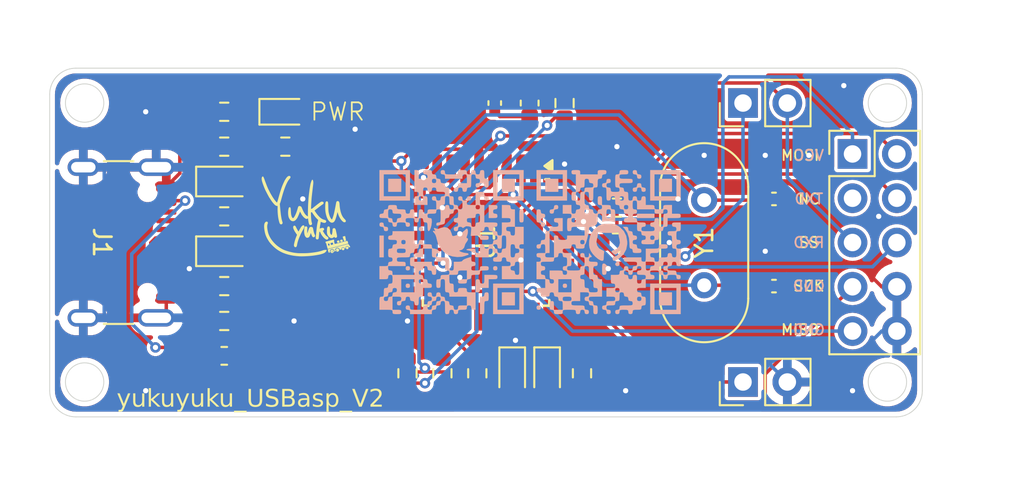
<source format=kicad_pcb>
(kicad_pcb (version 20240108) (generator "pcbnew") (generator_version "8.0")
  (title_block (title "USBasp") (date "2024-08-13") (rev "2.0") (company "yukuyuku4123"))
  (layers (0 "F.Cu" signal) (31 "B.Cu" signal) (34 "B.Paste" user) (35 "F.Paste" user) (36 "B.SilkS" user "B.Silkscreen") (37 "F.SilkS" user "F.Silkscreen") (38 "B.Mask" user) (39 "F.Mask" user) (44 "Edge.Cuts" user))
  (net 0 "")
  (net 1 "GND")
  (net 2 "Net-(J1-CC1)")
  (net 3 "Net-(J1-CC2)")
  (net 4 "/U_D-")
  (net 5 "VCC")
  (net 6 "Net-(U1-PB2)")
  (net 7 "/~{SS}")
  (net 8 "Net-(U1-PD1)")
  (net 9 "/TXD")
  (net 10 "/RST")
  (net 11 "/MOSI")
  (net 12 "Net-(U1-PB3)")
  (net 13 "/D-")
  (net 14 "/U_D+")
  (net 15 "/D+")
  (net 16 "/SCK")
  (net 17 "Net-(U1-PB5)")
  (net 18 "Net-(D3-A)")
  (net 19 "Net-(D4-A)")
  (net 20 "Net-(D5-A)")
  (net 24 "/XTAL2")
  (net 26 "/Slow_CLK")
  (net 27 "/RXD")
  (net 30 "/XTAL1")
  (net 31 "/L1")
  (net 32 "/L2")
  (net 36 "/MISO")
  (net 39 "Net-(F1-Pad1)")
  (footprint "Capacitor_SMD:C_0402_1005Metric" (layer "F.Cu") (at 100.5 62 90)
    (property "Reference" "C4" (hide yes))
    (property "Value" "0.1uF")
    (pad "1" smd roundrect (at -0.48 0 90) (size 0.56 0.62) (layers "F.Cu" "F.Paste" "F.Mask") (net 5 "VCC"))
    (pad "2" smd roundrect (at 0.48 0 90) (size 0.56 0.62) (layers "F.Cu" "F.Paste" "F.Mask") (net 1 "GND"))
  )
  (footprint "Logo:Yukuyuku" (layer "F.Cu") (at 89.5 68)
    (property "Reference" "G***" (hide yes))
    (property "Value" "LOGO" (hide yes))
  )
  (footprint "Resistor_SMD:R_0603_1608Metric" (layer "F.Cu") (at 88.5 64.5)
    (property "Reference" "R11" (hide yes))
    (property "Value" "1k")
    (pad "1" smd roundrect (at -0.825 0) (size 0.8 0.95) (layers "F.Cu" "F.Paste" "F.Mask") (net 5 "VCC"))
    (pad "2" smd roundrect (at 0.825 0) (size 0.8 0.95) (layers "F.Cu" "F.Paste" "F.Mask") (net 18 "Net-(D3-A)"))
  )
  (footprint "Resistor_SMD:R_0603_1608Metric" (layer "F.Cu") (at 85 62.5)
    (property "Reference" "R1" (hide yes))
    (property "Value" "5.1k")
    (pad "1" smd roundrect (at -0.825 0) (size 0.8 0.95) (layers "F.Cu" "F.Paste" "F.Mask") (net 2 "Net-(J1-CC1)"))
    (pad "2" smd roundrect (at 0.825 0) (size 0.8 0.95) (layers "F.Cu" "F.Paste" "F.Mask") (net 1 "GND"))
  )
  (footprint "Resistor_SMD:R_0603_1608Metric" (layer "F.Cu") (at 85 68.5)
    (property "Reference" "R8" (hide yes))
    (property "Value" "100R")
    (pad "1" smd roundrect (at -0.825 0) (size 0.8 0.95) (layers "F.Cu" "F.Paste" "F.Mask") (net 4 "/U_D-"))
    (pad "2" smd roundrect (at 0.825 0) (size 0.8 0.95) (layers "F.Cu" "F.Paste" "F.Mask") (net 13 "/D-"))
  )
  (footprint "Resistor_SMD:R_0603_1608Metric" (layer "F.Cu") (at 95.5 77.5 -90)
    (property "Reference" "R7" (hide yes))
    (property "Value" "220R")
    (pad "1" smd roundrect (at -0.825 0 270) (size 0.8 0.95) (layers "F.Cu" "F.Paste" "F.Mask") (net 12 "Net-(U1-PB3)"))
    (pad "2" smd roundrect (at 0.825 0 270) (size 0.8 0.95) (layers "F.Cu" "F.Paste" "F.Mask") (net 11 "/MOSI"))
  )
  (footprint "Resistor_SMD:R_0603_1608Metric" (layer "F.Cu") (at 85 74.5 180)
    (property "Reference" "R2" (hide yes))
    (property "Value" "5.1k")
    (pad "1" smd roundrect (at -0.825 0 180) (size 0.8 0.95) (layers "F.Cu" "F.Paste" "F.Mask") (net 1 "GND"))
    (pad "2" smd roundrect (at 0.825 0 180) (size 0.8 0.95) (layers "F.Cu" "F.Paste" "F.Mask") (net 3 "Net-(J1-CC2)"))
  )
  (footprint "Connector_PinHeader_2.54mm:PinHeader_1x02_P2.54mm_Vertical" (layer "F.Cu") (at 114.725 62 90)
    (property "Reference" "JP1" (hide yes))
    (property "Value" "Jumper_2_Open")
    (pad "1" thru_hole rect (at 0 0 90) (size 1.7 1.7) (drill 1) (layers "*.Cu" "*.Mask") (net 10 "/RST"))
    (pad "2" thru_hole oval (at 0 2.54 90) (size 1.7 1.7) (drill 1) (layers "*.Cu" "*.Mask") (net 7 "/~{SS}"))
  )
  (footprint "Resistor_SMD:R_0603_1608Metric" (layer "F.Cu") (at 104.5 62 90)
    (property "Reference" "R4" (hide yes))
    (property "Value" "220R")
    (pad "1" smd roundrect (at -0.825 0 90) (size 0.8 0.95) (layers "F.Cu" "F.Paste" "F.Mask") (net 6 "Net-(U1-PB2)"))
    (pad "2" smd roundrect (at 0.825 0 90) (size 0.8 0.95) (layers "F.Cu" "F.Paste" "F.Mask") (net 7 "/~{SS}"))
  )
  (footprint "Resistor_SMD:R_0603_1608Metric" (layer "F.Cu") (at 107.5 68)
    (property "Reference" "R5" (hide yes))
    (property "Value" "1k")
    (pad "1" smd roundrect (at -0.825 0) (size 0.8 0.95) (layers "F.Cu" "F.Paste" "F.Mask") (net 8 "Net-(U1-PD1)"))
    (pad "2" smd roundrect (at 0.825 0) (size 0.8 0.95) (layers "F.Cu" "F.Paste" "F.Mask") (net 9 "/TXD"))
  )
  (footprint "Diode_SMD:D_SOD-323F" (layer "F.Cu") (at 85 70.5)
    (property "Reference" "D1" (hide yes))
    (property "Value" "3.6V")
    (pad "1" smd roundrect (at -1.1 0) (size 0.5 0.5) (layers "F.Cu" "F.Paste" "F.Mask") (net 14 "/U_D+"))
    (pad "2" smd roundrect (at 1.1 0) (size 0.5 0.5) (layers "F.Cu" "F.Paste" "F.Mask") (net 1 "GND"))
  )
  (footprint "Capacitor_SMD:C_0402_1005Metric" (layer "F.Cu") (at 116.5 72.5)
    (property "Reference" "C1" (hide yes))
    (property "Value" "22pF")
    (pad "1" smd roundrect (at -0.48 0) (size 0.56 0.62) (layers "F.Cu" "F.Paste" "F.Mask") (net 30 "/XTAL1"))
    (pad "2" smd roundrect (at 0.48 0) (size 0.56 0.62) (layers "F.Cu" "F.Paste" "F.Mask") (net 1 "GND"))
  )
  (footprint "Capacitor_SMD:C_0603_1608Metric" (layer "F.Cu") (at 102.5 62 90)
    (property "Reference" "C3" (hide yes))
    (property "Value" "4.7uF")
    (pad "1" smd roundrect (at -0.775 0 90) (size 0.9 0.95) (layers "F.Cu" "F.Paste" "F.Mask") (net 5 "VCC"))
    (pad "2" smd roundrect (at 0.775 0 90) (size 0.9 0.95) (layers "F.Cu" "F.Paste" "F.Mask") (net 1 "GND"))
  )
  (footprint "Capacitor_SMD:C_0402_1005Metric" (layer "F.Cu") (at 116.5 67.5)
    (property "Reference" "C2" (hide yes))
    (property "Value" "22pF")
    (pad "1" smd roundrect (at -0.48 0) (size 0.56 0.62) (layers "F.Cu" "F.Paste" "F.Mask") (net 24 "/XTAL2"))
    (pad "2" smd roundrect (at 0.48 0) (size 0.56 0.62) (layers "F.Cu" "F.Paste" "F.Mask") (net 1 "GND"))
  )
  (footprint "Resistor_SMD:R_0603_1608Metric" (layer "F.Cu") (at 97.5 77.5 -90)
    (property "Reference" "R10" (hide yes))
    (property "Value" "220R")
    (pad "1" smd roundrect (at -0.825 0 270) (size 0.8 0.95) (layers "F.Cu" "F.Paste" "F.Mask") (net 17 "Net-(U1-PB5)"))
    (pad "2" smd roundrect (at 0.825 0 270) (size 0.8 0.95) (layers "F.Cu" "F.Paste" "F.Mask") (net 16 "/SCK"))
  )
  (footprint "LED_SMD:LED_0603_1608Metric" (layer "F.Cu") (at 103.5 77.5 -90)
    (property "Reference" "D5" (hide yes))
    (property "Value" "LED")
    (pad "1" smd roundrect (at -0.7875 0 270) (size 0.875 0.95) (layers "F.Cu" "F.Paste" "F.Mask") (net 32 "/L2"))
    (pad "2" smd roundrect (at 0.7875 0 270) (size 0.875 0.95) (layers "F.Cu" "F.Paste" "F.Mask") (net 20 "Net-(D5-A)"))
  )
  (footprint "LED_SMD:LED_0603_1608Metric" (layer "F.Cu") (at 101.5 77.5 -90)
    (property "Reference" "D4" (hide yes))
    (property "Value" "LED")
    (pad "1" smd roundrect (at -0.7875 0 270) (size 0.875 0.95) (layers "F.Cu" "F.Paste" "F.Mask") (net 31 "/L1"))
    (pad "2" smd roundrect (at 0.7875 0 270) (size 0.875 0.95) (layers "F.Cu" "F.Paste" "F.Mask") (net 19 "Net-(D4-A)"))
  )
  (footprint "Package_QFP:TQFP-32_7x7mm_P0.8mm" (layer "F.Cu") (at 100 70 -90)
    (property "Reference" "U1" (at 0 0 90) (layer "F.SilkS"))
    (property "Value" "ATmega88PA-A")
    (pad "1" smd rect (at -4.25 -2.8 270) (size 1.6 0.55) (layers "F.Cu" "F.Paste" "F.Mask"))
    (pad "2" smd rect (at -4.25 -2 270) (size 1.6 0.55) (layers "F.Cu" "F.Paste" "F.Mask"))
    (pad "3" smd rect (at -4.25 -1.2 270) (size 1.6 0.55) (layers "F.Cu" "F.Paste" "F.Mask") (net 1 "GND"))
    (pad "4" smd rect (at -4.25 -0.4 270) (size 1.6 0.55) (layers "F.Cu" "F.Paste" "F.Mask") (net 5 "VCC"))
    (pad "5" smd rect (at -4.25 0.4 270) (size 1.6 0.55) (layers "F.Cu" "F.Paste" "F.Mask") (net 1 "GND"))
    (pad "6" smd rect (at -4.25 1.2 270) (size 1.6 0.55) (layers "F.Cu" "F.Paste" "F.Mask") (net 5 "VCC"))
    (pad "7" smd rect (at -4.25 2 270) (size 1.6 0.55) (layers "F.Cu" "F.Paste" "F.Mask") (net 30 "/XTAL1"))
    (pad "8" smd rect (at -4.25 2.8 270) (size 1.6 0.55) (layers "F.Cu" "F.Paste" "F.Mask") (net 24 "/XTAL2"))
    (pad "9" smd rect (at -2.8 4.25) (size 1.6 0.55) (layers "F.Cu" "F.Paste" "F.Mask"))
    (pad "10" smd rect (at -2 4.25) (size 1.6 0.55) (layers "F.Cu" "F.Paste" "F.Mask"))
    (pad "11" smd rect (at -1.2 4.25) (size 1.6 0.55) (layers "F.Cu" "F.Paste" "F.Mask"))
    (pad "12" smd rect (at -0.4 4.25) (size 1.6 0.55) (layers "F.Cu" "F.Paste" "F.Mask") (net 13 "/D-"))
    (pad "13" smd rect (at 0.4 4.25) (size 1.6 0.55) (layers "F.Cu" "F.Paste" "F.Mask") (net 15 "/D+"))
    (pad "14" smd rect (at 1.2 4.25) (size 1.6 0.55) (layers "F.Cu" "F.Paste" "F.Mask") (net 6 "Net-(U1-PB2)"))
    (pad "15" smd rect (at 2 4.25) (size 1.6 0.55) (layers "F.Cu" "F.Paste" "F.Mask") (net 12 "Net-(U1-PB3)"))
    (pad "16" smd rect (at 2.8 4.25) (size 1.6 0.55) (layers "F.Cu" "F.Paste" "F.Mask") (net 36 "/MISO"))
    (pad "17" smd rect (at 4.25 2.8 270) (size 1.6 0.55) (layers "F.Cu" "F.Paste" "F.Mask") (net 17 "Net-(U1-PB5)"))
    (pad "18" smd rect (at 4.25 2 270) (size 1.6 0.55) (layers "F.Cu" "F.Paste" "F.Mask") (net 5 "VCC"))
    (pad "19" smd rect (at 4.25 1.2 270) (size 1.6 0.55) (layers "F.Cu" "F.Paste" "F.Mask"))
    (pad "20" smd rect (at 4.25 0.4 270) (size 1.6 0.55) (layers "F.Cu" "F.Paste" "F.Mask"))
    (pad "21" smd rect (at 4.25 -0.4 270) (size 1.6 0.55) (layers "F.Cu" "F.Paste" "F.Mask") (net 1 "GND"))
    (pad "22" smd rect (at 4.25 -1.2 270) (size 1.6 0.55) (layers "F.Cu" "F.Paste" "F.Mask"))
    (pad "23" smd rect (at 4.25 -2 270) (size 1.6 0.55) (layers "F.Cu" "F.Paste" "F.Mask") (net 31 "/L1"))
    (pad "24" smd rect (at 4.25 -2.8 270) (size 1.6 0.55) (layers "F.Cu" "F.Paste" "F.Mask") (net 32 "/L2"))
    (pad "25" smd rect (at 2.8 -4.25) (size 1.6 0.55) (layers "F.Cu" "F.Paste" "F.Mask") (net 26 "/Slow_CLK"))
    (pad "26" smd rect (at 2 -4.25) (size 1.6 0.55) (layers "F.Cu" "F.Paste" "F.Mask"))
    (pad "27" smd rect (at 1.2 -4.25) (size 1.6 0.55) (layers "F.Cu" "F.Paste" "F.Mask"))
    (pad "28" smd rect (at 0.4 -4.25) (size 1.6 0.55) (layers "F.Cu" "F.Paste" "F.Mask"))
    (pad "29" smd rect (at -0.4 -4.25) (size 1.6 0.55) (layers "F.Cu" "F.Paste" "F.Mask") (net 10 "/RST"))
    (pad "30" smd rect (at -1.2 -4.25) (size 1.6 0.55) (layers "F.Cu" "F.Paste" "F.Mask") (net 27 "/RXD"))
    (pad "31" smd rect (at -2 -4.25) (size 1.6 0.55) (layers "F.Cu" "F.Paste" "F.Mask") (net 8 "Net-(U1-PD1)"))
    (pad "32" smd rect (at -2.8 -4.25) (size 1.6 0.55) (layers "F.Cu" "F.Paste" "F.Mask") (net 15 "/D+"))
  )
  (footprint "Diode_SMD:D_SOD-323F" (layer "F.Cu") (at 85 66.5)
    (property "Reference" "D2" (hide yes))
    (property "Value" "3.6V")
    (pad "1" smd roundrect (at -1.1 0) (size 0.5 0.5) (layers "F.Cu" "F.Paste" "F.Mask") (net 4 "/U_D-"))
    (pad "2" smd roundrect (at 1.1 0) (size 0.5 0.5) (layers "F.Cu" "F.Paste" "F.Mask") (net 1 "GND"))
  )
  (footprint "Resistor_SMD:R_0603_1608Metric" (layer "F.Cu") (at 99.5 77.5 -90)
    (property "Reference" "R12" (hide yes))
    (property "Value" "1k")
    (pad "1" smd roundrect (at -0.825 0 270) (size 0.8 0.95) (layers "F.Cu" "F.Paste" "F.Mask") (net 5 "VCC"))
    (pad "2" smd roundrect (at 0.825 0 270) (size 0.8 0.95) (layers "F.Cu" "F.Paste" "F.Mask") (net 19 "Net-(D4-A)"))
  )
  (footprint "Connector_USB:USB_C_Receptacle_GCT_USB4105-xx-A_16P_TopMnt_Horizontal" (layer "F.Cu") (at 78 70 -90)
    (property "Reference" "J1" (at 0 0 -90) (layer "F.SilkS"))
    (property "Value" "USB_C_Receptacle_USB2.0_16P")
    (pad "" np_thru_hole circle (at -2.89 -2.605 270) (size 0.65 0.65) (drill 0.65) (layers "F&B.Cu" "*.Mask"))
    (pad "" np_thru_hole circle (at 2.89 -2.605 270) (size 0.65 0.65) (drill 0.65) (layers "F&B.Cu" "*.Mask"))
    (pad "A1" smd roundrect (at -3.2 -3.68 270) (size 0.6 1.15) (layers "F.Cu" "F.Paste" "F.Mask") (net 1 "GND"))
    (pad "A4" smd roundrect (at -2.4 -3.68 270) (size 0.6 1.15) (layers "F.Cu" "F.Paste" "F.Mask") (net 39 "Net-(F1-Pad1)"))
    (pad "A5" smd roundrect (at -1.25 -3.68 270) (size 0.3 1.15) (layers "F.Cu" "F.Paste" "F.Mask") (net 2 "Net-(J1-CC1)"))
    (pad "A6" smd roundrect (at -0.25 -3.68 270) (size 0.3 1.15) (layers "F.Cu" "F.Paste" "F.Mask") (net 14 "/U_D+"))
    (pad "A7" smd roundrect (at 0.25 -3.68 270) (size 0.3 1.15) (layers "F.Cu" "F.Paste" "F.Mask") (net 4 "/U_D-"))
    (pad "A8" smd roundrect (at 1.25 -3.68 270) (size 0.3 1.15) (layers "F.Cu" "F.Paste" "F.Mask"))
    (pad "A9" smd roundrect (at 2.4 -3.68 270) (size 0.6 1.15) (layers "F.Cu" "F.Paste" "F.Mask") (net 39 "Net-(F1-Pad1)"))
    (pad "A12" smd roundrect (at 3.2 -3.68 270) (size 0.6 1.15) (layers "F.Cu" "F.Paste" "F.Mask") (net 1 "GND"))
    (pad "B1" smd roundrect (at 3.2 -3.68 270) (size 0.6 1.15) (layers "F.Cu" "F.Paste" "F.Mask") (net 1 "GND"))
    (pad "B4" smd roundrect (at 2.4 -3.68 270) (size 0.6 1.15) (layers "F.Cu" "F.Paste" "F.Mask") (net 39 "Net-(F1-Pad1)"))
    (pad "B5" smd roundrect (at 1.75 -3.68 270) (size 0.3 1.15) (layers "F.Cu" "F.Paste" "F.Mask") (net 3 "Net-(J1-CC2)"))
    (pad "B6" smd roundrect (at 0.75 -3.68 270) (size 0.3 1.15) (layers "F.Cu" "F.Paste" "F.Mask") (net 14 "/U_D+"))
    (pad "B7" smd roundrect (at -0.75 -3.68 270) (size 0.3 1.15) (layers "F.Cu" "F.Paste" "F.Mask") (net 4 "/U_D-"))
    (pad "B8" smd roundrect (at -1.75 -3.68 270) (size 0.3 1.15) (layers "F.Cu" "F.Paste" "F.Mask"))
    (pad "B9" smd roundrect (at -2.4 -3.68 270) (size 0.6 1.15) (layers "F.Cu" "F.Paste" "F.Mask") (net 39 "Net-(F1-Pad1)"))
    (pad "B12" smd roundrect (at -3.2 -3.68 270) (size 0.6 1.15) (layers "F.Cu" "F.Paste" "F.Mask") (net 1 "GND"))
    (pad "S1" thru_hole oval (at -4.32 -3.105 270) (size 1 2.1) (drill oval 0.6 1.7) (layers "*.Cu" "*.Mask" "F.Paste") (net 1 "GND"))
    (pad "S1" thru_hole oval (at -4.32 1.075 270) (size 1 1.8) (drill oval 0.6 1.4) (layers "*.Cu" "*.Mask" "F.Paste") (net 1 "GND"))
    (pad "S1" thru_hole oval (at 4.32 -3.105 270) (size 1 2.1) (drill oval 0.6 1.7) (layers "*.Cu" "*.Mask" "F.Paste") (net 1 "GND"))
    (pad "S1" thru_hole oval (at 4.32 1.075 270) (size 1 1.8) (drill oval 0.6 1.4) (layers "*.Cu" "*.Mask" "F.Paste") (net 1 "GND"))
  )
  (footprint "Resistor_SMD:R_0603_1608Metric" (layer "F.Cu") (at 85 72.5 180)
    (property "Reference" "R9" (hide yes))
    (property "Value" "100R")
    (pad "1" smd roundrect (at -0.825 0 180) (size 0.8 0.95) (layers "F.Cu" "F.Paste" "F.Mask") (net 15 "/D+"))
    (pad "2" smd roundrect (at 0.825 0 180) (size 0.8 0.95) (layers "F.Cu" "F.Paste" "F.Mask") (net 14 "/U_D+"))
  )
  (footprint "Connector_PinHeader_2.54mm:PinHeader_1x02_P2.54mm_Vertical" (layer "F.Cu") (at 114.725 78 90)
    (property "Reference" "JP2" (hide yes))
    (property "Value" "Jumper_2_Open")
    (pad "1" thru_hole rect (at 0 0 90) (size 1.7 1.7) (drill 1) (layers "*.Cu" "*.Mask") (net 26 "/Slow_CLK"))
    (pad "2" thru_hole oval (at 0 2.54 90) (size 1.7 1.7) (drill 1) (layers "*.Cu" "*.Mask") (net 1 "GND"))
  )
  (footprint "Fuse:Fuse_0603_1608Metric" (layer "F.Cu") (at 85 76.5)
    (property "Reference" "F1" (hide yes))
    (property "Value" "350mA")
    (pad "1" smd roundrect (at -0.7875 0) (size 0.875 0.95) (layers "F.Cu" "F.Paste" "F.Mask") (net 39 "Net-(F1-Pad1)"))
    (pad "2" smd roundrect (at 0.7875 0) (size 0.875 0.95) (layers "F.Cu" "F.Paste" "F.Mask") (net 5 "VCC"))
  )
  (footprint "Connector_PinHeader_2.54mm:PinHeader_2x05_P2.54mm_Vertical" (layer "F.Cu") (at 121 64.92)
    (property "Reference" "J2" (hide yes))
    (property "Value" "Conn_02x05_Odd_Even")
    (pad "1" thru_hole rect (at 0 0) (size 1.7 1.7) (drill 1) (layers "*.Cu" "*.Mask") (net 11 "/MOSI"))
    (pad "2" thru_hole oval (at 2.54 0) (size 1.7 1.7) (drill 1) (layers "*.Cu" "*.Mask") (net 5 "VCC"))
    (pad "3" thru_hole oval (at 0 2.54) (size 1.7 1.7) (drill 1) (layers "*.Cu" "*.Mask"))
    (pad "4" thru_hole oval (at 2.54 2.54) (size 1.7 1.7) (drill 1) (layers "*.Cu" "*.Mask") (net 9 "/TXD"))
    (pad "5" thru_hole oval (at 0 5.08) (size 1.7 1.7) (drill 1) (layers "*.Cu" "*.Mask") (net 7 "/~{SS}"))
    (pad "6" thru_hole oval (at 2.54 5.08) (size 1.7 1.7) (drill 1) (layers "*.Cu" "*.Mask") (net 27 "/RXD"))
    (pad "7" thru_hole oval (at 0 7.62) (size 1.7 1.7) (drill 1) (layers "*.Cu" "*.Mask") (net 16 "/SCK"))
    (pad "8" thru_hole oval (at 2.54 7.62) (size 1.7 1.7) (drill 1) (layers "*.Cu" "*.Mask") (net 1 "GND"))
    (pad "9" thru_hole oval (at 0 10.16) (size 1.7 1.7) (drill 1) (layers "*.Cu" "*.Mask") (net 36 "/MISO"))
    (pad "10" thru_hole oval (at 2.54 10.16) (size 1.7 1.7) (drill 1) (layers "*.Cu" "*.Mask") (net 1 "GND"))
  )
  (footprint "Resistor_SMD:R_0603_1608Metric" (layer "F.Cu") (at 107.5 70 180)
    (property "Reference" "R6" (hide yes))
    (property "Value" "10k")
    (pad "1" smd roundrect (at -0.825 0 180) (size 0.8 0.95) (layers "F.Cu" "F.Paste" "F.Mask") (net 5 "VCC"))
    (pad "2" smd roundrect (at 0.825 0 180) (size 0.8 0.95) (layers "F.Cu" "F.Paste" "F.Mask") (net 10 "/RST"))
  )
  (footprint "Crystal:Crystal_HC49-4H_Vertical" (layer "F.Cu") (at 112.5 72.45 90)
    (property "Reference" "Y1" (at 2.45 0 90) (layer "F.SilkS"))
    (property "Value" "12mHz")
    (pad "1" thru_hole circle (at 0 0 90) (size 1.5 1.5) (drill 0.8) (layers "*.Cu" "*.Mask") (net 30 "/XTAL1"))
    (pad "2" thru_hole circle (at 4.88 0 90) (size 1.5 1.5) (drill 0.8) (layers "*.Cu" "*.Mask") (net 24 "/XTAL2"))
  )
  (footprint "LED_SMD:LED_0603_1608Metric" (layer "F.Cu") (at 88.5 62.5)
    (property "Reference" "D3" (hide yes))
    (property "Value" "LED")
    (pad "1" smd roundrect (at -0.7875 0) (size 0.875 0.95) (layers "F.Cu" "F.Paste" "F.Mask") (net 1 "GND"))
    (pad "2" smd roundrect (at 0.7875 0) (size 0.875 0.95) (layers "F.Cu" "F.Paste" "F.Mask") (net 18 "Net-(D3-A)"))
  )
  (footprint "Resistor_SMD:R_0603_1608Metric" (layer "F.Cu") (at 85 64.5 180)
    (property "Reference" "R3" (hide yes))
    (property "Value" "1k")
    (pad "1" smd roundrect (at -0.825 0 180) (size 0.8 0.95) (layers "F.Cu" "F.Paste" "F.Mask") (net 5 "VCC"))
    (pad "2" smd roundrect (at 0.825 0 180) (size 0.8 0.95) (layers "F.Cu" "F.Paste" "F.Mask") (net 4 "/U_D-"))
  )
  (footprint "Resistor_SMD:R_0603_1608Metric" (layer "F.Cu") (at 105.5 77.5 -90)
    (property "Reference" "R13" (hide yes))
    (property "Value" "1k")
    (pad "1" smd roundrect (at -0.825 0 270) (size 0.8 0.95) (layers "F.Cu" "F.Paste" "F.Mask") (net 5 "VCC"))
    (pad "2" smd roundrect (at 0.825 0 270) (size 0.8 0.95) (layers "F.Cu" "F.Paste" "F.Mask") (net 20 "Net-(D5-A)"))
  )
  (footprint "Logo:QR_Twitter" (layer "B.Cu") (at 98 70 180)
    (property "Reference" "G***" (hide yes))
    (property "Value" "LOGO" (hide yes))
  )
  (footprint "Logo:QR_GitHub" (layer "B.Cu") (at 107 70 180)
    (property "Reference" "G***" (hide yes))
    (property "Value" "LOGO" (hide yes))
  )
  (gr_arc (start 125 78.5) (mid 124.56066 79.56066) (end 123.5 80) (stroke (width 0.05)) (layer "Edge.Cuts"))
  (gr_circle (center 123 78) (end 124.1 78) (stroke (width 0.05)) (fill none) (layer "Edge.Cuts"))
  (gr_line (start 123.5 80) (end 76.5 80) (stroke (width 0.05)) (layer "Edge.Cuts"))
  (gr_arc (start 76.5 80) (mid 75.43934 79.56066) (end 75 78.5) (stroke (width 0.05)) (layer "Edge.Cuts"))
  (gr_circle (center 123 62) (end 124.1 62) (stroke (width 0.05)) (fill none) (layer "Edge.Cuts"))
  (gr_circle (center 77 78) (end 78.1 78) (stroke (width 0.05)) (fill none) (layer "Edge.Cuts"))
  (gr_line (start 75 78.5) (end 75 61.5) (stroke (width 0.05)) (layer "Edge.Cuts"))
  (gr_arc (start 75 61.5) (mid 75.43934 60.43934) (end 76.5 60) (stroke (width 0.05)) (layer "Edge.Cuts"))
  (gr_line (start 76.5 60) (end 123.5 60) (stroke (width 0.05)) (layer "Edge.Cuts"))
  (gr_circle (center 77 62) (end 78.1 62) (stroke (width 0.05)) (fill none) (layer "Edge.Cuts"))
  (gr_arc (start 123.5 60) (mid 124.56066 60.43934) (end 125 61.5) (stroke (width 0.05)) (layer "Edge.Cuts"))
  (gr_line (start 125 61.5) (end 125 78.5) (stroke (width 0.05)) (layer "Edge.Cuts"))
  (gr_text "TXD" (at 118.5 67.5 0) (layer "B.SilkS") (effects (font (size 0.6 0.6) (thickness 0.1)) (justify mirror)))
  (gr_text "GND" (at 118.5 72.5 0) (layer "B.SilkS") (effects (font (size 0.6 0.6) (thickness 0.1)) (justify mirror)))
  (gr_text "RXD" (at 118.5 70 0) (layer "B.SilkS") (effects (font (size 0.6 0.6) (thickness 0.1)) (justify mirror)))
  (gr_text "VCC" (at 118.5 65 0) (layer "B.SilkS") (effects (font (size 0.6 0.6) (thickness 0.1)) (justify mirror)))
  (gr_text "GND" (at 118.5 75 0) (layer "B.SilkS") (effects (font (size 0.6 0.6) (thickness 0.1)) (justify mirror)))
  (gr_text "SS" (at 118.5 70 0) (layer "F.SilkS") (effects (font (size 0.6 0.6) (thickness 0.1))))
  (gr_text "MISO" (at 118 75 0) (layer "F.SilkS") (effects (font (size 0.6 0.6) (thickness 0.1))))
  (gr_text "PWR" (at 91.5 62.5 0) (layer "F.SilkS") (effects (font (size 1 1) (thickness 0.1))))
  (gr_text "NC" (at 118.5 67.5 0) (layer "F.SilkS") (effects (font (size 0.6 0.6) (thickness 0.1))))
  (gr_text "MOSI" (at 118 65 0) (layer "F.SilkS") (effects (font (size 0.6 0.6) (thickness 0.1))))
  (gr_text "yukuyuku_USBasp_V2" (at 86.5 79 0) (layer "F.SilkS") (effects (font (size 1 1) (thickness 0.1) (italic yes))))
  (gr_text "SCK" (at 118.5 72.5 0) (layer "F.SilkS") (effects (font (size 0.6 0.6) (thickness 0.1))))
  (segment (start 81.68 74.1316) (end 81.68 73.2) (width 0.2) (layer "F.Cu") (net 1))
  (segment (start 85.1225 73.7975) (end 85.825 74.5) (width 0.2) (layer "F.Cu") (net 1))
  (segment (start 88.6925 61.52) (end 100.5 61.52) (width 0.2) (layer "F.Cu") (net 1))
  (segment (start 100.795 61.225) (end 100.5 61.52) (width 0.2) (layer "F.Cu") (net 1))
  (segment (start 99.6 64.7233) (end 99.8812 64.4421) (width 0.2) (layer "F.Cu") (net 1))
  (segment (start 85.825 62.5) (end 85.0672 63.2578) (width 0.2) (layer "F.Cu") (net 1))
  (segment (start 82.4567 66.0233) (end 81.68 66.8) (width 0.2) (layer "F.Cu") (net 1))
  (segment (start 76.925 74.32) (end 81.105 74.32) (width 0.2) (layer "F.Cu") (net 1))
  (segment (start 118.1331 71.3469) (end 116.98 72.5) (width 0.2) (layer "F.Cu") (net 1))
  (segment (start 85.0687 67.5313) (end 85.0687 69.4687) (width 0.2) (layer "F.Cu") (net 1))
  (segment (start 76.925 65.68) (end 81.105 65.68) (width 0.2) (layer "F.Cu") (net 1))
  (segment (start 121.4831 71.3469) (end 118.1331 71.3469) (width 0.2) (layer "F.Cu") (net 1))
  (segment (start 86.1 66.5) (end 85.0687 67.5313) (width 0.2) (layer "F.Cu") (net 1))
  (segment (start 101.2 64.75) (end 101.0983 64.6483) (width 0.2) (layer "F.Cu") (net 1))
  (segment (start 100.0874 64.6483) (end 99.8812 64.4421) (width 0.2) (layer "F.Cu") (net 1))
  (segment (start 101.2 65.75) (end 101.2 64.75) (width 0.2) (layer "F.Cu") (net 1))
  (segment (start 85.825 62.5) (end 85.0306 61.7056) (width 0.2) (layer "F.Cu") (net 1))
  (segment (start 85.0672 63.2578) (end 85.0672 65.4672) (width 0.2) (layer "F.Cu") (net 1))
  (segment (start 99.8812 62.1388) (end 99.8812 64.4421) (width 0.2) (layer "F.Cu") (net 1))
  (segment (start 123.54 72.54) (end 122.6762 72.54) (width 0.2) (layer "F.Cu") (net 1))
  (segment (start 118.1331 68.6531) (end 116.98 67.5) (width 0.2) (layer "F.Cu") (net 1))
  (segment (start 85.0672 65.4672) (end 86.1 66.5) (width 0.2) (layer "F.Cu") (net 1))
  (segment (start 102.5 61.225) (end 100.795 61.225) (width 0.2) (layer "F.Cu") (net 1))
  (segment (start 85.1225 71.4775) (end 85.1225 73.7975) (width 0.2) (layer "F.Cu") (net 1))
  (segment (start 81.105 74.32) (end 81.8684 74.32) (width 0.2) (layer "F.Cu") (net 1))
  (segment (start 100.5 61.52) (end 99.8812 62.1388) (width 0.2) (layer "F.Cu") (net 1))
  (segment (start 81.105 65.68) (end 82.4567 65.68) (width 0.2) (layer "F.Cu") (net 1))
  (segment (start 100.4 74.25) (end 100.4 75.125) (width 0.2) (layer "F.Cu") (net 1))
  (segment (start 87.7125 62.5) (end 85.825 62.5) (width 0.2) (layer "F.Cu") (net 1))
  (segment (start 87.7125 62.5) (end 88.6925 61.52) (width 0.2) (layer "F.Cu") (net 1))
  (segment (start 100.8855 75.6105) (end 101.6885 75.6105) (width 0.2) (layer "F.Cu") (net 1))
  (segment (start 101.0983 64.6483) (end 100.0874 64.6483) (width 0.2) (layer "F.Cu") (net 1))
  (segment (start 82.4567 62.9518) (end 82.4567 65.68) (width 0.2) (layer "F.Cu") (net 1))
  (segment (start 122.6762 72.54) (end 121.4831 71.3469) (width 0.2) (layer "F.Cu") (net 1))
  (segment (start 100.4 75.125) (end 100.8855 75.6105) (width 0.2) (layer "F.Cu") (net 1))
  (segment (start 86.1 70.5) (end 85.1225 71.4775) (width 0.2) (layer "F.Cu") (net 1))
  (segment (start 99.6 65.75) (end 99.6 64.7233) (width 0.2) (layer "F.Cu") (net 1))
  (segment (start 85.0306 61.7056) (end 83.7029 61.7056) (width 0.2) (layer "F.Cu") (net 1))
  (segment (start 85.0687 69.4687) (end 86.1 70.5) (width 0.2) (layer "F.Cu") (net 1))
  (segment (start 83.7029 61.7056) (end 82.4567 62.9518) (width 0.2) (layer "F.Cu") (net 1))
  (segment (start 118.1331 71.3469) (end 118.1331 68.6531) (width 0.2) (layer "F.Cu") (net 1))
  (segment (start 81.8684 74.32) (end 81.68 74.1316) (width 0.2) (layer "F.Cu") (net 1))
  (segment (start 82.4567 65.68) (end 82.4567 66.0233) (width 0.2) (layer "F.Cu") (net 1))
  (via (at 102 71) (size 0.6) (drill 0.3) (layers "F.Cu" "B.Cu") (net 1))
  (via (at 111 67.5) (size 0.6) (drill 0.3) (layers "F.Cu" "B.Cu") (net 1))
  (via (at 97.5 68) (size 0.6) (drill 0.3) (layers "F.Cu" "B.Cu") (net 1))
  (via (at 98.5 69.5) (size 0.6) (drill 0.3) (layers "F.Cu" "B.Cu") (net 1))
  (via (at 107.5 64.5) (size 0.6) (drill 0.3) (layers "F.Cu" "B.Cu") (net 1))
  (via (at 83 71.5) (size 0.6) (drill 0.3) (layers "F.Cu" "B.Cu") (net 1))
  (via (at 101.6885 75.6105) (size 0.6) (drill 0.3) (layers "F.Cu" "B.Cu") (net 1))
  (via (at 121 78.5) (size 0.6) (drill 0.3) (layers "F.Cu" "B.Cu") (net 1))
  (via (at 89.5 67.5) (size 0.6) (drill 0.3) (layers "F.Cu" "B.Cu") (net 1))
  (via (at 104.5 65.5) (size 0.6) (drill 0.3) (layers "F.Cu" "B.Cu") (net 1))
  (via (at 112.5 65) (size 0.6) (drill 0.3) (layers "F.Cu" "B.Cu") (net 1))
  (via (at 118.5 65) (size 0.6) (drill 0.3) (layers "F.Cu" "B.Cu") (net 1))
  (via (at 107 71.5) (size 0.6) (drill 0.3) (layers "F.Cu" "B.Cu") (net 1))
  (via (at 122.5 68.5) (size 0.6) (drill 0.3) (layers "F.Cu" "B.Cu") (net 1))
  (via (at 116 70.5) (size 0.6) (drill 0.3) (layers "F.Cu" "B.Cu") (net 1))
  (via (at 89 74.5) (size 0.6) (drill 0.3) (layers "F.Cu" "B.Cu") (net 1))
  (via (at 110.5 70) (size 0.6) (drill 0.3) (layers "F.Cu" "B.Cu") (net 1))
  (via (at 108 78.5) (size 0.6) (drill 0.3) (layers "F.Cu" "B.Cu") (net 1))
  (via (at 95.5 74.5) (size 0.6) (drill 0.3) (layers "F.Cu" "B.Cu") (net 1))
  (via (at 98.5 72) (size 0.6) (drill 0.3) (layers "F.Cu" "B.Cu") (net 1))
  (via (at 80.5 62.5) (size 0.6) (drill 0.3) (layers "F.Cu" "B.Cu") (net 1))
  (via (at 120.5 61) (size 0.6) (drill 0.3) (layers "F.Cu" "B.Cu") (net 1))
  (via (at 80.5 78.5) (size 0.6) (drill 0.3) (layers "F.Cu" "B.Cu") (net 1))
  (via (at 116 65) (size 0.6) (drill 0.3) (layers "F.Cu" "B.Cu") (net 1))
  (via (at 92.5 63.5) (size 0.6) (drill 0.3) (layers "F.Cu" "B.Cu") (net 1))
  (segment (start 98.6173 78.6817) (end 101.6885 75.6105) (width 0.2) (layer "B.Cu") (net 1))
  (segment (start 76.925 65.68) (end 78.1267 65.68) (width 0.2) (layer "B.Cu") (net 1))
  (segment (start 114.8755 75.6105) (end 117.265 78) (width 0.2) (layer "B.Cu") (net 1))
  (segment (start 86.8184 78.6817) (end 98.6173 78.6817) (width 0.2) (layer "B.Cu") (net 1))
  (segment (start 101.6885 75.6105) (end 114.8755 75.6105) (width 0.2) (layer "B.Cu") (net 1))
  (segment (start 76.925 74.32) (end 78.1267 74.32) (width 0.2) (layer "B.Cu") (net 1))
  (segment (start 82.4567 74.32) (end 86.8184 78.6817) (width 0.2) (layer "B.Cu") (net 1))
  (segment (start 123.54 75.08) (end 123.54 72.54) (width 0.2) (layer "B.Cu") (net 1))
  (segment (start 122.6762 75.08) (end 123.54 75.08) (width 0.2) (layer "B.Cu") (net 1))
  (segment (start 78.1267 65.68) (end 78.1267 74.32) (width 0.2) (layer "B.Cu") (net 1))
  (segment (start 119.7562 78) (end 117.265 78) (width 0.2) (layer "B.Cu") (net 1))
  (segment (start 81.105 74.32) (end 82.4567 74.32) (width 0.2) (layer "B.Cu") (net 1))
  (segment (start 119.7562 78) (end 122.6762 75.08) (width 0.2) (layer "B.Cu") (net 1))
  (segment (start 83.3092 66.831) (end 83.3916 66.9134) (width 0.2) (layer "F.Cu") (net 2))
  (segment (start 83.3916 66.9134) (end 83.3916 67.8495) (width 0.2) (layer "F.Cu") (net 2))
  (segment (start 84.175 62.5) (end 83.3092 63.3658) (width 0.2) (layer "F.Cu") (net 2))
  (segment (start 82.4911 68.75) (end 81.68 68.75) (width 0.2) (layer "F.Cu") (net 2))
  (segment (start 83.3092 63.3658) (end 83.3092 66.831) (width 0.2) (layer "F.Cu") (net 2))
  (segment (start 83.3916 67.8495) (end 82.4911 68.75) (width 0.2) (layer "F.Cu") (net 2))
  (segment (start 83.31245 72.807451) (end 83.31245 72.98755) (width 0.2) (layer "F.Cu") (net 3))
  (segment (start 82.254999 71.75) (end 83.31245 72.807451) (width 0.2) (layer "F.Cu") (net 3))
  (segment (start 84.175 74.5) (end 84.175 73.8501) (width 0.2) (layer "F.Cu") (net 3))
  (segment (start 81.68 71.75) (end 82.254999 71.75) (width 0.2) (layer "F.Cu") (net 3))
  (segment (start 84.175 73.8501) (end 83.31245 72.98755) (width 0.2) (layer "F.Cu") (net 3))
  (segment (start 82.557 70.0088) (end 82.3158 70.25) (width 0.2) (layer "F.Cu") (net 4))
  (segment (start 83.9 64.775) (end 84.175 64.5) (width 0.2) (layer "F.Cu") (net 4))
  (segment (start 82.3158 70.25) (end 81.68 70.25) (width 0.2) (layer "F.Cu") (net 4))
  (segment (start 83.9 66.5) (end 83.9 64.775) (width 0.2) (layer "F.Cu") (net 4))
  (segment (start 83.425 69.25) (end 84.175 68.5) (width 0.2) (layer "F.Cu") (net 4))
  (segment (start 82.557 69.25) (end 83.425 69.25) (width 0.2) (layer "F.Cu") (net 4))
  (segment (start 82.28741 70.25) (end 82.555 69.98241) (width 0.2) (layer "F.Cu") (net 4))
  (segment (start 82.3 69.25) (end 81.68 69.25) (width 0.2) (layer "F.Cu") (net 4))
  (segment (start 82.557 69.25) (end 81.68 69.25) (width 0.2) (layer "F.Cu") (net 4))
  (segment (start 82.555 69.98241) (end 82.555 69.505) (width 0.2) (layer "F.Cu") (net 4))
  (segment (start 81.68 70.25) (end 82.28741 70.25) (width 0.2) (layer "F.Cu") (net 4))
  (segment (start 84.175 66.775) (end 84.175 68.5) (width 0.2) (layer "F.Cu") (net 4))
  (segment (start 82.555 69.505) (end 82.3 69.25) (width 0.2) (layer "F.Cu") (net 4))
  (segment (start 83.9 66.5) (end 84.175 66.775) (width 0.2) (layer "F.Cu") (net 4))
  (segment (start 100.1008 77.4525) (end 101.9186 77.4525) (width 0.2) (layer "F.Cu") (net 5))
  (segment (start 99.0339 76.3855) (end 99.3233 76.675) (width 0.2) (layer "F.Cu") (net 5))
  (segment (start 123.54 64.92) (end 122.3673 63.7473) (width 0.2) (layer "F.Cu") (net 5))
  (segment (start 98.8 64.9483) (end 98.5 64.6483) (width 0.2) (layer "F.Cu") (net 5))
  (segment (start 102.9587 79.0516) (end 105.9759 79.0516) (width 0.2) (layer "F.Cu") (net 5))
  (segment (start 86.7137 77.4262) (end 96.5 77.4262) (width 0.2) (layer "F.Cu") (net 5))
  (segment (start 87.675 64.5) (end 88.5019 65.3269) (width 0.2) (layer "F.Cu") (net 5))
  (segment (start 88.5019 65.3269) (end 95.145 65.3269) (width 0.2) (layer "F.Cu") (net 5))
  (segment (start 102.5 63.8847) (end 100.8285 63.8847) (width 0.2) (layer "F.Cu") (net 5))
  (segment (start 106.2858 77.4608) (end 105.5 76.675) (width 0.2) (layer "F.Cu") (net 5))
  (segment (start 99.0267 66.8517) (end 100.2 66.8517) (width 0.2) (layer "F.Cu") (net 5))
  (segment (start 85.7875 76.5) (end 86.7137 77.4262) (width 0.2) (layer "F.Cu") (net 5))
  (segment (start 101.9186 77.4525) (end 102.5 78.0339) (width 0.2) (layer "F.Cu") (net 5))
  (segment (start 85.825 64.5) (end 87.675 64.5) (width 0.2) (layer "F.Cu") (net 5))
  (segment (start 102.5 62.775) (end 102.5 63.8847) (width 0.2) (layer "F.Cu") (net 5))
  (segment (start 103.7879 63.8847) (end 107.5 67.5968) (width 0.2) (layer "F.Cu") (net 5))
  (segment (start 102.5 62.775) (end 100.795 62.775) (width 0.2) (layer "F.Cu") (net 5))
  (segment (start 100.795 62.775) (end 100.5 62.48) (width 0.2) (layer "F.Cu") (net 5))
  (segment (start 107.5 67.5968) (end 107.5 69.175) (width 0.2) (layer "F.Cu") (net 5))
  (segment (start 95.8236 64.6483) (end 95.145 65.3269) (width 0.2) (layer "F.Cu") (net 5))
  (segment (start 98.5 64.6483) (end 95.8236 64.6483) (width 0.2) (layer "F.Cu") (net 5))
  (segment (start 97.9932 77.4262) (end 98.7444 76.675) (width 0.2) (layer "F.Cu") (net 5))
  (segment (start 96.5 77.4262) (end 96.5 77.2014) (width 0.2) (layer "F.Cu") (net 5))
  (segment (start 107.5 69.175) (end 108.325 70) (width 0.2) (layer "F.Cu") (net 5))
  (segment (start 98.8 65.75) (end 98.8 66.625) (width 0.2) (layer "F.Cu") (net 5))
  (segment (start 122.3673 63.7473) (end 111.3495 63.7473) (width 0.2) (layer "F.Cu") (net 5))
  (segment (start 98.8 65.75) (end 98.8 64.9483) (width 0.2) (layer "F.Cu") (net 5))
  (segment (start 100.4 65.75) (end 100.4 66.6517) (width 0.2) (layer "F.Cu") (net 5))
  (segment (start 98.7444 76.675) (end 99.5 76.675) (width 0.2) (layer "F.Cu") (net 5))
  (segment (start 100.4 66.6517) (end 100.2 66.8517) (width 0.2) (layer "F.Cu") (net 5))
  (segment (start 98 75.3517) (end 99.0339 76.3855) (width 0.2) (layer "F.Cu") (net 5))
  (segment (start 102.5 78.0339) (end 102.5 78.5929) (width 0.2) (layer "F.Cu") (net 5))
  (segment (start 102.5 63.8847) (end 103.7879 63.8847) (width 0.2) (layer "F.Cu") (net 5))
  (segment (start 96.5 77.4262) (end 97.9932 77.4262) (width 0.2) (layer "F.Cu") (net 5))
  (segment (start 98.8 66.625) (end 99.0267 66.8517) (width 0.2) (layer "F.Cu") (net 5))
  (segment (start 111.3495 63.7473) (end 107.5 67.5968) (width 0.2) (layer "F.Cu") (net 5))
  (segment (start 98 74.25) (end 98 75.3517) (width 0.2) (layer "F.Cu") (net 5))
  (segment (start 99.3233 76.675) (end 99.5 76.675) (width 0.2) (layer "F.Cu") (net 5))
  (segment (start 99.0339 76.3855) (end 100.1008 77.4525) (width 0.2) (layer "F.Cu") (net 5))
  (segment (start 106.2858 78.7417) (end 106.2858 77.4608) (width 0.2) (layer "F.Cu") (net 5))
  (segment (start 102.5 78.5929) (end 102.9587 79.0516) (width 0.2) (layer "F.Cu") (net 5))
  (segment (start 105.9759 79.0516) (end 106.2858 78.7417) (width 0.2) (layer "F.Cu") (net 5))
  (via (at 96.5 77.2014) (size 0.6) (drill 0.3) (layers "F.Cu" "B.Cu") (net 5))
  (via (at 100.8285 63.8847) (size 0.6) (drill 0.3) (layers "F.Cu" "B.Cu") (net 5))
  (via (at 95.145 65.3269) (size 0.6) (drill 0.3) (layers "F.Cu" "B.Cu") (net 5))
  (segment (start 96.1611 76.8625) (end 96.5 77.2014) (width 0.2) (layer "B.Cu") (net 5))
  (segment (start 96.1611 66.9159) (end 96.5 66.9159) (width 0.2) (layer "B.Cu") (net 5))
  (segment (start 96.1611 66.9159) (end 96.1611 76.8625) (width 0.2) (layer "B.Cu") (net 5))
  (segment (start 95.145 65.3269) (end 95.145 65.8998) (width 0.2) (layer "B.Cu") (net 5))
  (segment (start 95.145 65.8998) (end 96.1611 66.9159) (width 0.2) (layer "B.Cu") (net 5))
  (segment (start 96.5 66.9159) (end 97.7973 66.9159) (width 0.2) (layer "B.Cu") (net 5))
  (segment (start 97.7973 66.9159) (end 100.8285 63.8847) (width 0.2) (layer "B.Cu") (net 5))
  (segment (start 97.537 71.1838) (end 96.8679 71.1838) (width 0.2) (layer "F.Cu") (net 6))
  (segment (start 96.8679 71.1838) (end 96.8517 71.2) (width 0.2) (layer "F.Cu") (net 6))
  (segment (start 104.5 62.825) (end 103.9581 62.825) (width 0.2) (layer "F.Cu") (net 6))
  (segment (start 103.9581 62.825) (end 103.5001 63.283) (width 0.2) (layer "F.Cu") (net 6))
  (segment (start 95.75 71.2) (end 96.8517 71.2) (width 0.2) (layer "F.Cu") (net 6))
  (via (at 103.5001 63.283) (size 0.6) (drill 0.3) (layers "F.Cu" "B.Cu") (net 6))
  (via (at 97.537 71.1838) (size 0.6) (drill 0.3) (layers "F.Cu" "B.Cu") (net 6))
  (segment (start 97.537 71.1838) (end 97.537 69.2461) (width 0.2) (layer "B.Cu") (net 6))
  (segment (start 97.537 69.2461) (end 103.5001 63.283) (width 0.2) (layer "B.Cu") (net 6))
  (segment (start 104.5 61.175) (end 104.8267 60.8483) (width 0.2) (layer "F.Cu") (net 7))
  (segment (start 116.1133 60.8483) (end 117.265 62) (width 0.2) (layer "F.Cu") (net 7))
  (segment (start 104.8267 60.8483) (end 116.1133 60.8483) (width 0.2) (layer "F.Cu") (net 7))
  (segment (start 117.265 66.265) (end 117.265 62) (width 0.2) (layer "B.Cu") (net 7))
  (segment (start 121 70) (end 117.265 66.265) (width 0.2) (layer "B.Cu") (net 7))
  (segment (start 106.675 68) (end 104.25 68) (width 0.2) (layer "F.Cu") (net 8))
  (segment (start 122.15 66.07) (end 110.255 66.07) (width 0.2) (layer "F.Cu") (net 9))
  (segment (start 110.255 66.07) (end 108.325 68) (width 0.2) (layer "F.Cu") (net 9))
  (segment (start 123.54 67.46) (end 122.15 66.07) (width 0.2) (layer "F.Cu") (net 9))
  (segment (start 104.25 69.6) (end 106.275 69.6) (width 0.2) (layer "F.Cu") (net 10))
  (segment (start 107.4703 70.7953) (end 111.4186 70.7953) (width 0.2) (layer "F.Cu") (net 10))
  (segment (start 106.275 69.6) (end 106.675 70) (width 0.2) (layer "F.Cu") (net 10))
  (segment (start 106.675 70) (end 107.4703 70.7953) (width 0.2) (layer "F.Cu") (net 10))
  (via (at 111.4186 70.7953) (size 0.6) (drill 0.3) (layers "F.Cu" "B.Cu") (net 10))
  (segment (start 111.4186 70.7953) (end 114.725 67.4889) (width 0.2) (layer "B.Cu") (net 10))
  (segment (start 114.725 67.4889) (end 114.725 62) (width 0.2) (layer "B.Cu") (net 10))
  (segment (start 95.7578 78.0672) (end 95.5 78.325) (width 0.2) (layer "F.Cu") (net 11))
  (segment (start 96.5 78.0672) (end 95.7578 78.0672) (width 0.2) (layer "F.Cu") (net 11))
  (via (at 96.5 78.0672) (size 0.6) (drill 0.3) (layers "F.Cu" "B.Cu") (net 11))
  (segment (start 113.925 60.5) (end 113.5733 60.8517) (width 0.2) (layer "B.Cu") (net 11))
  (segment (start 112.9326 68.6603) (end 106.6836 68.6603) (width 0.2) (layer "B.Cu") (net 11))
  (segment (start 106.6836 68.6603) (end 104.6765 66.6532) (width 0.2) (layer "B.Cu") (net 11))
  (segment (start 99.4746 68.4773) (end 99.4746 75.0926) (width 0.2) (layer "B.Cu") (net 11))
  (segment (start 121 63.7683) (end 117.7317 60.5) (width 0.2) (layer "B.Cu") (net 11))
  (segment (start 113.5733 68.0196) (end 112.9326 68.6603) (width 0.2) (layer "B.Cu") (net 11))
  (segment (start 113.5733 60.8517) (end 113.5733 68.0196) (width 0.2) (layer "B.Cu") (net 11))
  (segment (start 117.7317 60.5) (end 113.925 60.5) (width 0.2) (layer "B.Cu") (net 11))
  (segment (start 99.4746 75.0926) (end 96.5 78.0672) (width 0.2) (layer "B.Cu") (net 11))
  (segment (start 104.6765 66.6532) (end 101.2987 66.6532) (width 0.2) (layer "B.Cu") (net 11))
  (segment (start 101.2987 66.6532) (end 99.4746 68.4773) (width 0.2) (layer "B.Cu") (net 11))
  (segment (start 121 64.92) (end 121 63.7683) (width 0.2) (layer "B.Cu") (net 11))
  (segment (start 95.75 72) (end 94.6483 72) (width 0.2) (layer "F.Cu") (net 12))
  (segment (start 94.6483 75.8233) (end 95.5 76.675) (width 0.2) (layer "F.Cu") (net 12))
  (segment (start 94.6483 72) (end 94.6483 75.8233) (width 0.2) (layer "F.Cu") (net 12))
  (segment (start 85.825 68.5) (end 86.925 69.6) (width 0.2) (layer "F.Cu") (net 13))
  (segment (start 86.925 69.6) (end 95.75 69.6) (width 0.2) (layer "F.Cu") (net 13))
  (segment (start 81.68 70.75) (end 81.07259 70.75) (width 0.2) (layer "F.Cu") (net 14))
  (segment (start 83.65 70.75) (end 81.68 70.75) (width 0.2) (layer "F.Cu") (net 14))
  (segment (start 81.0572 69.75) (end 81.68 69.75) (width 0.2) (layer "F.Cu") (net 14))
  (segment (start 84.175 71.275) (end 84.175 72.5) (width 0.2) (layer "F.Cu") (net 14))
  (segment (start 83.9 70.5) (end 83.65 70.75) (width 0.2) (layer "F.Cu") (net 14))
  (segment (start 84.175 71.275) (end 83.9 71) (width 0.2) (layer "F.Cu") (net 14))
  (segment (start 80.796 70.0112) (end 81.0572 69.75) (width 0.2) (layer "F.Cu") (net 14))
  (segment (start 83.9 71) (end 83.9 70.5) (width 0.2) (layer "F.Cu") (net 14))
  (segment (start 81.07259 70.75) (end 80.796 70.47341) (width 0.2) (layer "F.Cu") (net 14))
  (segment (start 80.796 70.47341) (end 80.796 70.0112) (width 0.2) (layer "F.Cu") (net 14))
  (segment (start 99.9483 70.4) (end 103.1483 67.2) (width 0.2) (layer "F.Cu") (net 15))
  (segment (start 104.25 67.2) (end 103.1483 67.2) (width 0.2) (layer "F.Cu") (net 15))
  (segment (start 85.825 72.5) (end 87.925 70.4) (width 0.2) (layer "F.Cu") (net 15))
  (segment (start 95.75 70.4) (end 99.9483 70.4) (width 0.2) (layer "F.Cu") (net 15))
  (segment (start 87.925 70.4) (end 95.75 70.4) (width 0.2) (layer "F.Cu") (net 15))
  (segment (start 115.7357 79.1517) (end 106.644 79.1517) (width 0.2) (layer "F.Cu") (net 16))
  (segment (start 106.644 79.1517) (end 106.2423 79.5534) (width 0.2) (layer "F.Cu") (net 16))
  (segment (start 115.995 77.545) (end 115.995 78.8924) (width 0.2) (layer "F.Cu") (net 16))
  (segment (start 115.995 78.8924) (end 115.7357 79.1517) (width 0.2) (layer "F.Cu") (net 16))
  (segment (start 98.7284 79.5534) (end 97.5 78.325) (width 0.2) (layer "F.Cu") (net 16))
  (segment (start 121 72.54) (end 115.995 77.545) (width 0.2) (layer "F.Cu") (net 16))
  (segment (start 106.2423 79.5534) (end 98.7284 79.5534) (width 0.2) (layer "F.Cu") (net 16))
  (segment (start 97.5 76.675) (end 97.2 76.375) (width 0.2) (layer "F.Cu") (net 17))
  (segment (start 97.2 76.375) (end 97.2 74.25) (width 0.2) (layer "F.Cu") (net 17))
  (segment (start 89.325 64.5) (end 89.2875 64.4625) (width 0.2) (layer "F.Cu") (net 18))
  (segment (start 89.2875 64.4625) (end 89.2875 62.5) (width 0.2) (layer "F.Cu") (net 18))
  (segment (start 99.5 78.325) (end 101.4625 78.325) (width 0.2) (layer "F.Cu") (net 19))
  (segment (start 101.4625 78.325) (end 101.5 78.2875) (width 0.2) (layer "F.Cu") (net 19))
  (segment (start 105.5 78.325) (end 103.5375 78.325) (width 0.2) (layer "F.Cu") (net 20))
  (segment (start 103.5375 78.325) (end 103.5 78.2875) (width 0.2) (layer "F.Cu") (net 20))
  (segment (start 97.2 65.75) (end 96.6749 66.2751) (width 0.2) (layer "F.Cu") (net 24))
  (segment (start 96.6749 66.2751) (end 96.4161 66.2751) (width 0.2) (layer "F.Cu") (net 24))
  (segment (start 112.5 67.57) (end 115.95 67.57) (width 0.2) (layer "F.Cu") (net 24))
  (segment (start 115.95 67.57) (end 116.02 67.5) (width 0.2) (layer "F.Cu") (net 24))
  (via (at 96.4161 66.2751) (size 0.6) (drill 0.3) (layers "F.Cu" "B.Cu") (net 24))
  (segment (start 107.6113 62.6813) (end 100.0099 62.6813) (width 0.2) (layer "B.Cu") (net 24))
  (segment (start 100.0099 62.6813) (end 96.4161 66.2751) (width 0.2) (layer "B.Cu") (net 24))
  (segment (start 112.5 67.57) (end 107.6113 62.6813) (width 0.2) (layer "B.Cu") (net 24))
  (segment (start 105.3517 72.8) (end 110.5517 78) (width 0.2) (layer "F.Cu") (net 26))
  (segment (start 110.5517 78) (end 114.725 78) (width 0.2) (layer "F.Cu") (net 26))
  (segment (start 104.25 72.8) (end 105.3517 72.8) (width 0.2) (layer "F.Cu") (net 26))
  (segment (start 104.25 68.8) (end 105.5841 68.8) (width 0.2) (layer "F.Cu") (net 27))
  (via (at 105.5841 68.8) (size 0.6) (drill 0.3) (layers "F.Cu" "B.Cu") (net 27))
  (segment (start 123.54 70) (end 122.15 71.39) (width 0.2) (layer "B.Cu") (net 27))
  (segment (start 120.5082 71.39) (end 120.5 71.3982) (width 0.2) (layer "B.Cu") (net 27))
  (segment (start 120.5 71.3982) (end 108.1823 71.3982) (width 0.2) (layer "B.Cu") (net 27))
  (segment (start 108.1823 71.3982) (end 105.5841 68.8) (width 0.2) (layer "B.Cu") (net 27))
  (segment (start 122.15 71.39) (end 120.5082 71.39) (width 0.2) (layer "B.Cu") (net 27))
  (segment (start 98 66.8517) (end 98.4033 67.255) (width 0.2) (layer "F.Cu") (net 30))
  (segment (start 112.5 72.45) (end 115.97 72.45) (width 0.2) (layer "F.Cu") (net 30))
  (segment (start 98.4033 67.255) (end 101.5554 67.255) (width 0.2) (layer "F.Cu") (net 30))
  (segment (start 98 65.75) (end 98 66.8517) (width 0.2) (layer "F.Cu") (net 30))
  (segment (start 115.97 72.45) (end 116.02 72.5) (width 0.2) (layer "F.Cu") (net 30))
  (via (at 101.5554 67.255) (size 0.6) (drill 0.3) (layers "F.Cu" "B.Cu") (net 30))
  (segment (start 106.7504 72.45) (end 101.5554 67.255) (width 0.2) (layer "B.Cu") (net 30))
  (segment (start 112.5 72.45) (end 106.7504 72.45) (width 0.2) (layer "B.Cu") (net 30))
  (segment (start 102 75.0711) (end 102 74.25) (width 0.2) (layer "F.Cu") (net 31))
  (segment (start 102.2902 75.9223) (end 102.2902 75.3613) (width 0.2) (layer "F.Cu") (net 31))
  (segment (start 102.2902 75.3613) (end 102 75.0711) (width 0.2) (layer "F.Cu") (net 31))
  (segment (start 101.5 76.7125) (end 102.2902 75.9223) (width 0.2) (layer "F.Cu") (net 31))
  (segment (start 102.8 75.3517) (end 103.5 76.0517) (width 0.2) (layer "F.Cu") (net 32))
  (segment (start 102.8 74.25) (end 102.8 75.3517) (width 0.2) (layer "F.Cu") (net 32))
  (segment (start 103.5 76.0517) (end 103.5 76.7125) (width 0.2) (layer "F.Cu") (net 32))
  (segment (start 102.6832 72.8) (end 95.75 72.8) (width 0.2) (layer "F.Cu") (net 36))
  (via (at 102.6832 72.8) (size 0.6) (drill 0.3) (layers "F.Cu" "B.Cu") (net 36))
  (segment (start 102.6832 72.8) (end 104.9632 75.08) (width 0.2) (layer "B.Cu") (net 36))
  (segment (start 104.9632 75.08) (end 119.8483 75.08) (width 0.2) (layer "B.Cu") (net 36))
  (segment (start 121 75.08) (end 119.8483 75.08) (width 0.2) (layer "B.Cu") (net 36))
  (segment (start 82.7559 67.6) (end 82.7575 67.5984) (width 0.2) (layer "F.Cu") (net 39))
  (segment (start 82.5834 76.0171) (end 81.0589 76.0171) (width 0.2) (layer "F.Cu") (net 39))
  (segment (start 83.1565 75.444) (end 82.5834 76.0171) (width 0.2) (layer "F.Cu") (net 39))
  (segment (start 82.1569 72.4) (end 83.1565 73.3996) (width 0.2) (layer "F.Cu") (net 39))
  (segment (start 81.68 72.4) (end 82.1569 72.4) (width 0.2) (layer "F.Cu") (net 39))
  (segment (start 83.1565 75.444) (end 84.2125 76.5) (width 0.2) (layer "F.Cu") (net 39))
  (segment (start 81.68 67.6) (end 82.7559 67.6) (width 0.2) (layer "F.Cu") (net 39))
  (segment (start 83.1565 73.3996) (end 83.1565 75.444) (width 0.2) (layer "F.Cu") (net 39))
  (via (at 82.7575 67.5984) (size 0.6) (drill 0.3) (layers "F.Cu" "B.Cu") (net 39))
  (via (at 81.0589 76.0171) (size 0.6) (drill 0.3) (layers "F.Cu" "B.Cu") (net 39))
  (segment (start 79.6989 74.6571) (end 79.6989 70.657) (width 0.2) (layer "B.Cu") (net 39))
  (segment (start 81.0589 76.0171) (end 79.6989 74.6571) (width 0.2) (layer "B.Cu") (net 39))
  (segment (start 79.6989 70.657) (end 82.7575 67.5984) (width 0.2) (layer "B.Cu") (net 39))
  (zone (net 1) (net_name "GND") (layers "F&B.Cu") (connect_pads (clearance 0.127)) (min_thickness 0.25) (fill yes (thermal_gap 0.5) (thermal_bridge_width 0.5))
    (polygon (pts (xy 75 60) (xy 75 80) (xy 125 80) (xy 125 60)))
  )
)
</source>
